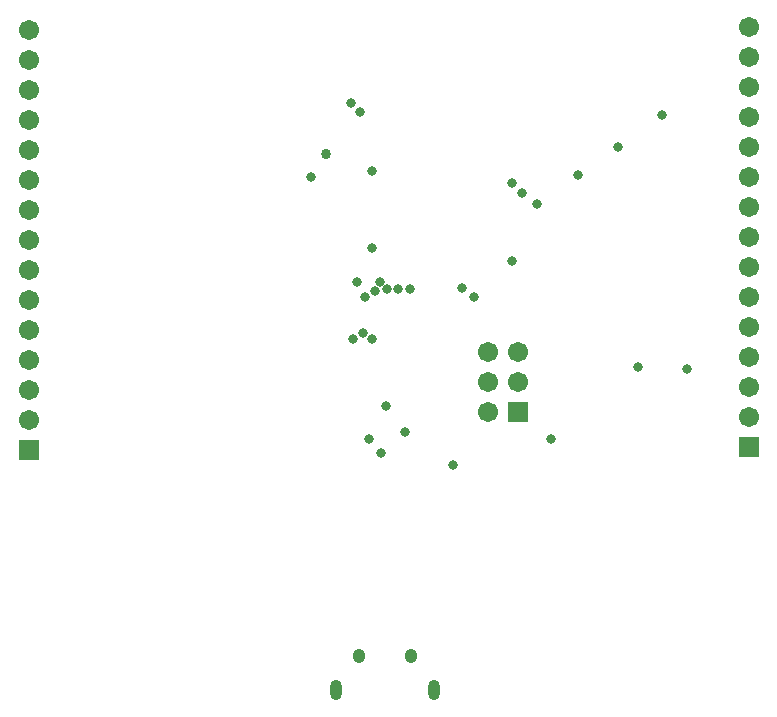
<source format=gbs>
G04 Layer_Color=16711935*
%FSLAX25Y25*%
%MOIN*%
G70*
G01*
G75*
%ADD48R,0.06706X0.06706*%
%ADD49C,0.06706*%
%ADD50O,0.04147X0.04934*%
%ADD51O,0.03950X0.06706*%
%ADD52C,0.03241*%
%ADD53C,0.03367*%
D48*
X454500Y246000D02*
D03*
X531500Y234500D02*
D03*
X291500Y233500D02*
D03*
D49*
X444500Y246000D02*
D03*
X454500Y256000D02*
D03*
X444500D02*
D03*
X454500Y266000D02*
D03*
X444500D02*
D03*
X531500Y374500D02*
D03*
Y364500D02*
D03*
Y354500D02*
D03*
Y344500D02*
D03*
Y334500D02*
D03*
Y324500D02*
D03*
Y314500D02*
D03*
Y304500D02*
D03*
Y294500D02*
D03*
Y284500D02*
D03*
Y274500D02*
D03*
Y264500D02*
D03*
Y254500D02*
D03*
Y244500D02*
D03*
X291500Y373500D02*
D03*
Y363500D02*
D03*
Y353500D02*
D03*
Y343500D02*
D03*
Y333500D02*
D03*
Y323500D02*
D03*
Y313500D02*
D03*
Y303500D02*
D03*
Y293500D02*
D03*
Y283500D02*
D03*
Y273500D02*
D03*
Y263500D02*
D03*
Y253500D02*
D03*
Y243500D02*
D03*
D50*
X401496Y164819D02*
D03*
X419016Y164720D02*
D03*
D51*
X393818Y153500D02*
D03*
X426694D02*
D03*
D52*
X417000Y239500D02*
D03*
X409000Y232500D02*
D03*
X405000Y237000D02*
D03*
X494500Y261000D02*
D03*
X440000Y284500D02*
D03*
X436000Y287500D02*
D03*
X511000Y260500D02*
D03*
X465500Y237000D02*
D03*
X433000Y228500D02*
D03*
X385500Y324500D02*
D03*
X405917Y326417D02*
D03*
X405942Y300942D02*
D03*
X401000Y289500D02*
D03*
X407000Y286500D02*
D03*
X403500Y284500D02*
D03*
X410500Y248000D02*
D03*
X402000Y346000D02*
D03*
X399000Y349000D02*
D03*
X399500Y270500D02*
D03*
X403000Y272500D02*
D03*
X406000Y270500D02*
D03*
X411000Y287000D02*
D03*
X414500D02*
D03*
X418500D02*
D03*
X408500Y289500D02*
D03*
X452500Y322500D02*
D03*
X456000Y319000D02*
D03*
X461000Y315500D02*
D03*
X474500Y325000D02*
D03*
X488000Y334500D02*
D03*
X502500Y345000D02*
D03*
X452500Y296500D02*
D03*
D53*
X390500Y332000D02*
D03*
M02*

</source>
